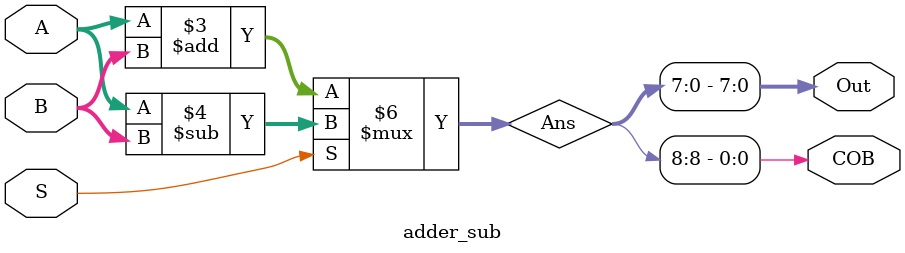
<source format=v>
`timescale 1ns / 1ps
module adder_sub( A , B , S ,COB , Out );
	input [7:0] A ;
	input [7:0] B ;
	input S ;
	output COB ;
	output [7:0] Out ;
	reg [8:0] Ans ;
	always @(A , B , S)
		begin 
			if(S==1'b0)
				Ans <= A+B ;
			else
				Ans <= A-B ;
		end 	
	assign {COB,Out} = Ans ;
endmodule

</source>
